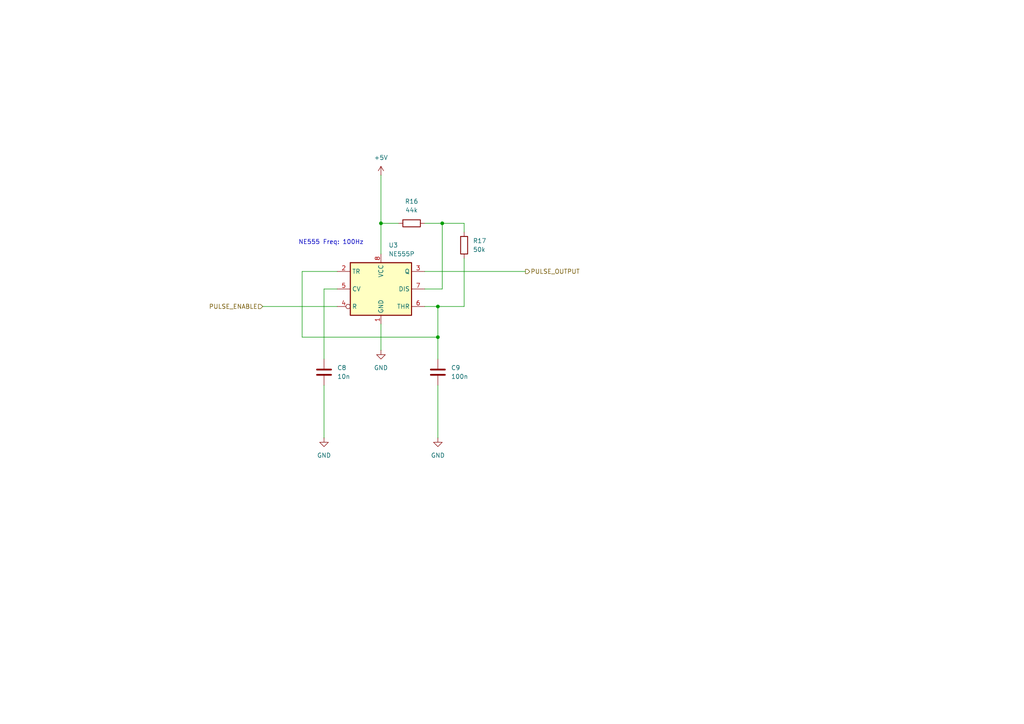
<source format=kicad_sch>
(kicad_sch (version 20231120) (generator "eeschema") (generator_version "8.0")
  (paper "A4")
  (lib_symbols
    (symbol "Device:C" (pin_numbers hide) (pin_names (offset 0.254))
      (property "Reference" "C" (at 0.635 2.54 0))
      (property "Value" "C" (at 0.635 -2.54 0))
      (symbol "C_0_1"
        (polyline (pts (xy -2.032 -0.762) (xy 2.032 -0.762)) (stroke (width 0.508)))
        (polyline (pts (xy -2.032 0.762) (xy 2.032 0.762)) (stroke (width 0.508)))
      )
      (symbol "C_1_1"
        (pin passive line (at 0 3.81 270) (length 2.794) (name "~") (number "1"))
        (pin passive line (at 0 -3.81 90) (length 2.794) (name "~") (number "2"))
      )
    )
    (symbol "Device:R" (pin_numbers hide) (pin_names (offset 0))
      (property "Reference" "R" (at 2.032 0 90))
      (property "Value" "R" (at 0 0 90))
      (symbol "R_0_1"
        (rectangle (start -1.016 -2.54) (end 1.016 2.54) (stroke (width 0.254)))
      )
      (symbol "R_1_1"
        (pin passive line (at 0 3.81 270) (length 1.27) (name "~") (number "1"))
        (pin passive line (at 0 -3.81 90) (length 1.27) (name "~") (number "2"))
      )
    )
    (symbol "Timer:NE555P"
      (property "Reference" "U" (at -10.16 8.89 0))
      (property "Value" "NE555P" (at 2.54 8.89 0))
      (symbol "NE555P_0_0"
        (pin power_in line (at 0 -10.16 90) (length 2.54) (name "GND") (number "1"))
        (pin power_in line (at 0 10.16 270) (length 2.54) (name "VCC") (number "8"))
      )
      (symbol "NE555P_0_1"
        (rectangle (start -8.89 -7.62) (end 8.89 7.62) (stroke (width 0.254)) (fill (type background)))
        (rectangle (start -8.89 -7.62) (end 8.89 7.62) (stroke (width 0.254)) (fill (type background)))
      )
      (symbol "NE555P_1_1"
        (pin input line (at -12.7 5.08 0) (length 3.81) (name "TR") (number "2"))
        (pin output line (at 12.7 5.08 180) (length 3.81) (name "Q") (number "3"))
        (pin input inverted (at -12.7 -5.08 0) (length 3.81) (name "R") (number "4"))
        (pin input line (at -12.7 0 0) (length 3.81) (name "CV") (number "5"))
        (pin input line (at 12.7 -5.08 180) (length 3.81) (name "THR") (number "6"))
        (pin input line (at 12.7 0 180) (length 3.81) (name "DIS") (number "7"))
      )
    )
    (symbol "power:+5V" (power) (pin_numbers hide) (pin_names (offset 0) hide)
      (property "Value" "+5V" (at 0 3.556 0))
      (symbol "+5V_0_1"
        (polyline (pts (xy -0.762 1.27) (xy 0 2.54)))
        (polyline (pts (xy 0 0) (xy 0 2.54)))
        (polyline (pts (xy 0 2.54) (xy 0.762 1.27)))
      )
      (symbol "+5V_1_1"
        (pin power_in line (at 0 0 90) (length 0) (name "~") (number "1"))
      )
    )
    (symbol "power:GND" (power) (pin_numbers hide) (pin_names (offset 0) hide)
      (property "Value" "GND" (at 0 -3.81 0))
      (symbol "GND_0_1"
        (polyline (pts (xy 0 0) (xy 0 -1.27) (xy 1.27 -1.27) (xy 0 -2.54) (xy -1.27 -1.27) (xy 0 -1.27)))
      )
      (symbol "GND_1_1"
        (pin power_in line (at 0 0 270) (length 0) (name "~") (number "1"))
      )
    )
  )
  (junction (at 128.27 64.77))
  (junction (at 110.49 64.77))
  (junction (at 127 97.79))
  (junction (at 127 88.9))
  (wire (pts (xy 134.62 88.9) (xy 127 88.9)))
  (wire (pts (xy 93.98 83.82) (xy 93.98 104.14)))
  (wire (pts (xy 110.49 64.77) (xy 110.49 73.66)))
  (wire (pts (xy 87.63 78.74) (xy 87.63 97.79)))
  (wire (pts (xy 123.19 83.82) (xy 128.27 83.82)))
  (wire (pts (xy 110.49 50.8) (xy 110.49 64.77)))
  (wire (pts (xy 110.49 64.77) (xy 115.57 64.77)))
  (wire (pts (xy 127 97.79) (xy 127 104.14)))
  (wire (pts (xy 123.19 88.9) (xy 127 88.9)))
  (wire (pts (xy 123.19 64.77) (xy 128.27 64.77)))
  (wire (pts (xy 128.27 83.82) (xy 128.27 64.77)))
  (wire (pts (xy 97.79 78.74) (xy 87.63 78.74)))
  (wire (pts (xy 97.79 83.82) (xy 93.98 83.82)))
  (wire (pts (xy 110.49 93.98) (xy 110.49 101.6)))
  (wire (pts (xy 93.98 111.76) (xy 93.98 127)))
  (wire (pts (xy 76.2 88.9) (xy 97.79 88.9)))
  (wire (pts (xy 127 97.79) (xy 127 88.9)))
  (wire (pts (xy 134.62 64.77) (xy 128.27 64.77)))
  (wire (pts (xy 134.62 67.31) (xy 134.62 64.77)))
  (wire (pts (xy 123.19 78.74) (xy 152.4 78.74)))
  (wire (pts (xy 127 111.76) (xy 127 127)))
  (wire (pts (xy 87.63 97.79) (xy 127 97.79)))
  (wire (pts (xy 134.62 74.93) (xy 134.62 88.9)))
  (text "NE555 Freq: 100Hz" (at 96.012 70.358 0) (effects (font (size 1.27 1.27))))
  (hierarchical_label "PULSE_OUTPUT" (shape output) (at 152.4 78.74 0))
  (hierarchical_label "PULSE_ENABLE" (shape input) (at 76.2 88.9 180))
  (symbol (lib_id "power:GND") (at 110.49 101.6 0) (unit 1)
    (property "Reference" "#PWR020" (effects (hide yes)))
    (property "Value" "GND" (at 110.49 106.68 0))
    (property "Description" "Power symbol creates a global label with name \"GND\" , ground" (effects (hide yes)))
  )
  (symbol (lib_id "Timer:NE555P") (at 110.49 83.82 0) (unit 1)
    (property "Reference" "U3" (at 112.6841 71.12 0) (effects (justify left)))
    (property "Value" "NE555P" (at 112.6841 73.66 0) (effects (justify left)))
    (property "Footprint" "Package_DIP:DIP-8_W7.62mm" (effects (hide yes)))
    (property "Datasheet" "http://www.ti.com/lit/ds/symlink/ne555.pdf" (effects (hide yes)))
    (property "Description" "Precision Timers, 555 compatible,  PDIP-8" (effects (hide yes)))
  )
  (symbol (lib_id "Device:R") (at 119.38 64.77 90) (unit 1)
    (property "Reference" "R16" (at 119.38 58.42 90))
    (property "Value" "44k" (at 119.38 60.96 90))
    (property "Footprint" "Resistor_THT:R_Axial_DIN0207_L6.3mm_D2.5mm_P10.16mm_Horizontal" (effects (hide yes)))
    (property "Description" "Resistor" (effects (hide yes)))
  )
  (symbol (lib_id "Device:R") (at 134.62 71.12 0) (unit 1)
    (property "Reference" "R17" (at 137.16 69.8499 0) (effects (justify left)))
    (property "Value" "50k" (at 137.16 72.3899 0) (effects (justify left)))
    (property "Footprint" "Resistor_THT:R_Axial_DIN0207_L6.3mm_D2.5mm_P10.16mm_Horizontal" (effects (hide yes)))
    (property "Description" "Resistor" (effects (hide yes)))
  )
  (symbol (lib_id "power:GND") (at 127 127 0) (unit 1)
    (property "Reference" "#PWR021" (effects (hide yes)))
    (property "Value" "GND" (at 127 132.08 0))
    (property "Description" "Power symbol creates a global label with name \"GND\" , ground" (effects (hide yes)))
  )
  (symbol (lib_id "Device:C") (at 93.98 107.95 0) (unit 1)
    (property "Reference" "C8" (at 97.79 106.6799 0) (effects (justify left)))
    (property "Value" "10n" (at 97.79 109.2199 0) (effects (justify left)))
    (property "Footprint" "Capacitor_THT:C_Disc_D3.4mm_W2.1mm_P2.50mm" (effects (hide yes)))
    (property "Description" "Unpolarized capacitor" (effects (hide yes)))
  )
  (symbol (lib_id "Device:C") (at 127 107.95 0) (unit 1)
    (property "Reference" "C9" (at 130.81 106.6799 0) (effects (justify left)))
    (property "Value" "100n" (at 130.81 109.2199 0) (effects (justify left)))
    (property "Footprint" "Capacitor_THT:C_Disc_D6.0mm_W2.5mm_P5.00mm" (effects (hide yes)))
    (property "Description" "Unpolarized capacitor" (effects (hide yes)))
  )
  (symbol (lib_id "power:GND") (at 93.98 127 0) (unit 1)
    (property "Reference" "#PWR018" (effects (hide yes)))
    (property "Value" "GND" (at 93.98 132.08 0))
    (property "Description" "Power symbol creates a global label with name \"GND\" , ground" (effects (hide yes)))
  )
  (symbol (lib_id "power:+5V") (at 110.49 50.8 0) (unit 1)
    (property "Reference" "#PWR019" (effects (hide yes)))
    (property "Value" "+5V" (at 110.49 45.72 0))
    (property "Description" "Power symbol creates a global label with name \"+5V\"" (effects (hide yes)))
  )
)
</source>
